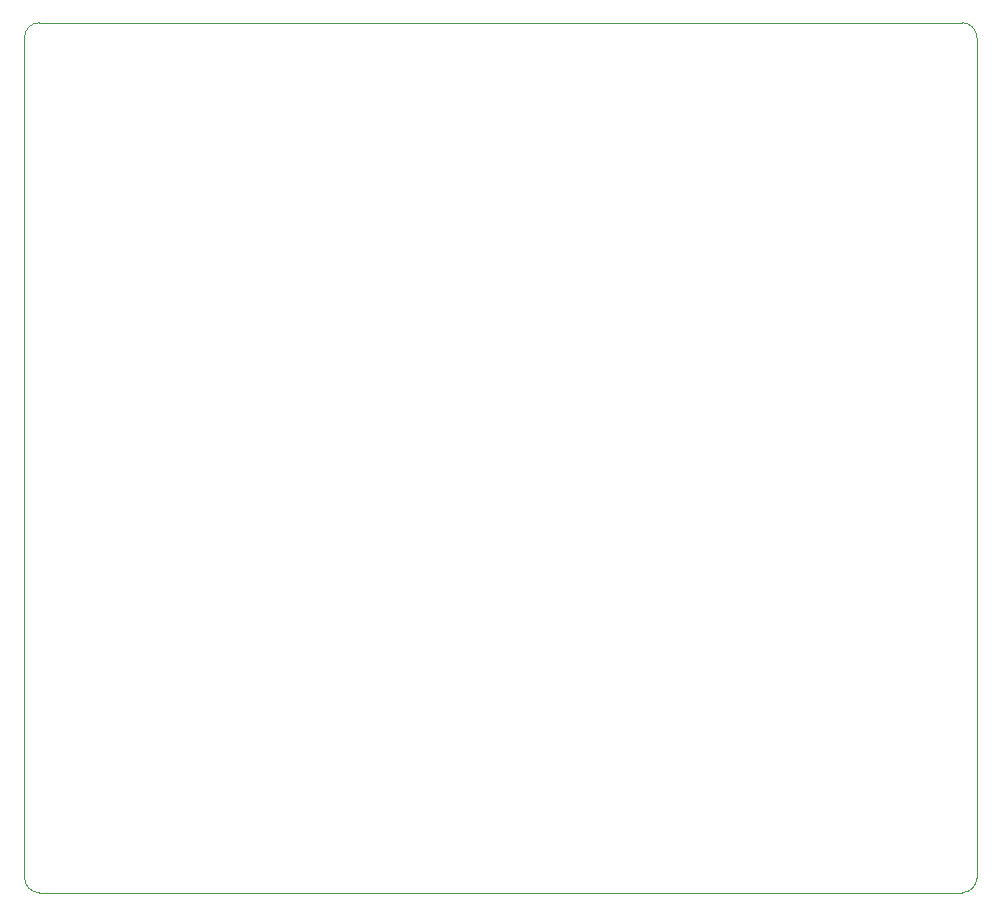
<source format=gbr>
%TF.GenerationSoftware,KiCad,Pcbnew,5.1.8+dfsg1-1~bpo10+1*%
%TF.CreationDate,2020-12-09T14:47:48+08:00*%
%TF.ProjectId,Dirty Delay,44697274-7920-4446-956c-61792e6b6963,rev?*%
%TF.SameCoordinates,Original*%
%TF.FileFunction,Profile,NP*%
%FSLAX46Y46*%
G04 Gerber Fmt 4.6, Leading zero omitted, Abs format (unit mm)*
G04 Created by KiCad (PCBNEW 5.1.8+dfsg1-1~bpo10+1) date 2020-12-09 14:47:48*
%MOMM*%
%LPD*%
G01*
G04 APERTURE LIST*
%TA.AperFunction,Profile*%
%ADD10C,0.050000*%
%TD*%
%TA.AperFunction,Profile*%
%ADD11C,0.100000*%
%TD*%
G04 APERTURE END LIST*
D10*
X186690000Y-44450000D02*
G75*
G02*
X187960000Y-45720000I0J-1270000D01*
G01*
X187960000Y-116840000D02*
G75*
G02*
X186690000Y-118110000I-1270000J0D01*
G01*
X108585000Y-118110000D02*
G75*
G02*
X107315000Y-116840000I0J1270000D01*
G01*
X107315000Y-45720000D02*
G75*
G02*
X108585000Y-44450000I1270000J0D01*
G01*
D11*
X187960000Y-45720000D02*
X187960000Y-116840000D01*
X108585000Y-44450000D02*
X186690000Y-44450000D01*
X107315000Y-116840000D02*
X107315000Y-45720000D01*
X186690000Y-118110000D02*
X108585000Y-118110000D01*
M02*

</source>
